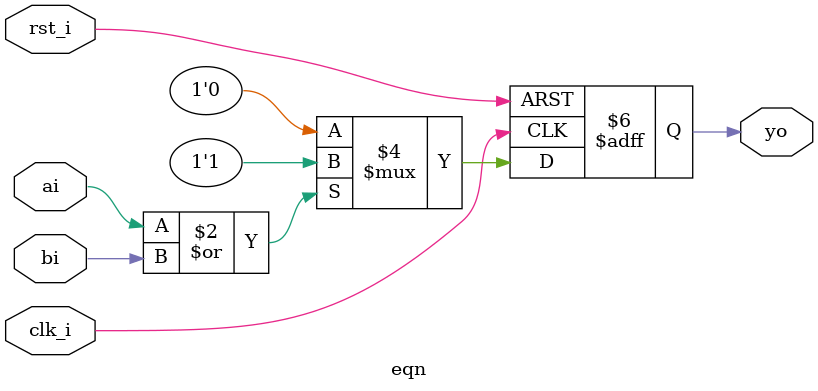
<source format=v>
module eqn
    (
        input  clk_i,
        input  rst_i,
        input  ai,
        input  bi,
        output yo
    );
    reg        yo;
    always @ (posedge clk_i or posedge rst_i) begin
        if (rst_i) begin
            yo <= 1'b0;
        end else begin
            if (ai|bi) begin
                yo <= 1'b1;
            end else begin
                yo <= 1'b0;
            end
        end
    end
endmodule

</source>
